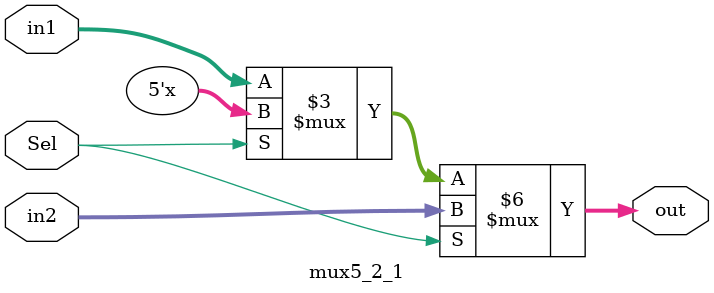
<source format=v>
module mux5_2_1(in1,in2,Sel,out);

input[4:0]in1,in2;

input Sel;

output[4:0]out;

reg[4:0]out;


always@(*)
begin 

if(Sel)
   out<=in2;
	
else if(!Sel)
   out<=in1;


end


endmodule
</source>
